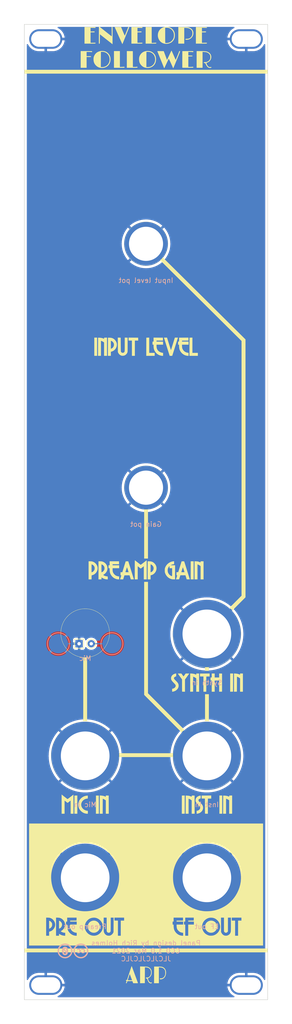
<source format=kicad_pcb>
(kicad_pcb (version 20211014) (generator pcbnew)
  (layers (0 "F.Cu" signal) (31 "B.Cu" signal) (34 "B.Paste" user) (35 "F.Paste" user) (36 "B.SilkS" user "B.Silkscreen") (37 "F.SilkS" user "F.Silkscreen") (38 "B.Mask" user) (39 "F.Mask" user) (44 "Edge.Cuts" user))
  (net 0 "")
  (net 1 "GND")
  (net 2 "Net-(J2-Pad1)")
  (footprint "Kosmo_panel:Kosmo_Panel_Dual_Slotted_Mounting_Holes" (layer "F.Cu") (at 63.1 10.6 180)
    (fp_text reference "H10" hide)
    (fp_text value "Mounting_Holes")
    (pad "1" thru_hole oval locked (at 1.4 0 180) (size 6.8 4) (drill oval 6 3.2) (layers *.Cu *.Mask) (net 1 "GND"))
    (pad "1" thru_hole oval locked (at 1.4 -194 180) (size 6.8 4) (drill oval 6 3.2) (layers *.Cu *.Mask) (net 1 "GND"))
  )
  (footprint "Kosmo_panel:Kosmo_Pot_Hole" (layer "F.Cu") (at 41.1 102.6)
    (fp_text reference "H6" hide)
    (fp_text value "Pot_Hole")
    (pad "1" thru_hole circle locked (at 0 0) (size 9 9) (drill 7) (layers *.Cu *.Mask) (net 1 "GND"))
  )
  (footprint "Kosmo_panel:Kosmo_Jack_Hole" (layer "F.Cu") (at 28.6 157.6)
    (fp_text reference "H1" hide)
    (fp_text value "Jack_Hole")
    (pad "1" thru_hole circle locked (at 0 0) (size 14 14) (drill 10) (layers *.Cu *.Mask) (net 1 "GND"))
  )
  (footprint "Kosmo_panel:Kosmo_Panel_Dual_Slotted_Mounting_Holes" (layer "F.Cu") (at 19.1 204.6)
    (fp_text reference "H7" hide)
    (fp_text value "Mounting_Holes")
    (pad "1" thru_hole oval locked (at 1.4 -194) (size 6.8 4) (drill oval 6 3.2) (layers *.Cu *.Mask) (net 1 "GND"))
    (pad "1" thru_hole oval locked (at 1.4 0) (size 6.8 4) (drill oval 6 3.2) (layers *.Cu *.Mask) (net 1 "GND"))
  )
  (footprint "Kosmo_panel:Kosmo_Jack_Hole" (layer "F.Cu") (at 28.6 182.6)
    (fp_text reference "H2" hide)
    (fp_text value "Jack_Hole")
    (pad "1" thru_hole circle locked (at 0 0) (size 14 14) (drill 10) (layers *.Cu *.Mask) (net 1 "GND"))
  )
  (footprint "Kosmo_panel:Kosmo_Jack_Hole" (layer "F.Cu") (at 53.6 157.6)
    (fp_text reference "H3" hide)
    (fp_text value "Jack_Hole")
    (pad "1" thru_hole circle locked (at 0 0) (size 14 14) (drill 10) (layers *.Cu *.Mask) (net 1 "GND"))
  )
  (footprint "Kosmo_panel:Kosmo_Jack_Hole" (layer "F.Cu") (at 53.6 182.6)
    (fp_text reference "H4" hide)
    (fp_text value "Jack_Hole")
    (pad "1" thru_hole circle locked (at 0 0) (size 14 14) (drill 10) (layers *.Cu *.Mask) (net 1 "GND"))
  )
  (footprint "ao_tht:TestPoint_THTPad_D1.5mm_Drill0.7mm" (layer "F.Cu") (at 29.85 134.6)
    (fp_text reference "J2" hide)
    (fp_text value "mic_hole")
    (pad "1" thru_hole circle locked (at 0 0) (size 1.5 1.5) (drill 0.7) (layers *.Cu *.Mask) (net 2 "Net-(J2-Pad1)"))
  )
  (footprint "Kosmo_panel:Kosmo_Pot_Hole" (layer "F.Cu") (at 41.1 52.6)
    (fp_text reference "H9" hide)
    (fp_text value "Pot_Hole")
    (pad "1" thru_hole circle locked (at 0 0) (size 9 9) (drill 7) (layers *.Cu *.Mask) (net 1 "GND"))
  )
  (footprint "Kosmo_panel:Kosmo_Jack_Hole" (layer "F.Cu") (at 53.6 132.6)
    (fp_text reference "H5" hide)
    (fp_text value "Jack_Hole")
    (pad "1" thru_hole circle locked (at 0 0) (size 14 14) (drill 10) (layers *.Cu *.Mask) (net 1 "GND"))
  )
  (footprint "arpenvfol_panel:arpenvfol_panel_art" (layer "F.Cu") (at 41.1 107.4)
    (fp_text reference "GRAF2" hide)
    (fp_text value "Art" hide)
  )
  (footprint "arpenvfol_panel:arpenvfol_panel_holes" (layer "F.Cu") (at 41.1 107.6)
    (fp_text reference "GRAF1" hide)
    (fp_text value "Holes" hide)
  )
  (footprint "ao_tht:TestPoint_THTPad_1.5x1.5mm_Drill0.7mm" (layer "F.Cu") (at 27.35 134.6)
    (fp_text reference "J1" hide)
    (fp_text value "mic_hole")
    (pad "1" thru_hole rect locked (at 0 0) (size 1.5 1.5) (drill 0.7) (layers *.Cu *.Mask) (net 1 "GND"))
  )
  (footprint "ao_tht:CC0_logo" (layer "B.Cu") (at 26.1 197.6 180)
    (fp_text reference "GRAF3" hide)
    (fp_text value "CC0 logo" hide)
  )
  (footprint "TestPoint:TestPoint_Pad_D4.0mm" (layer "B.Cu") (at 34.1 134.6)
    (fp_text reference "J4" hide)
    (fp_text value "mic_pad")
    (pad "1" smd circle (at 0 0) (size 4 4) (layers "B.Cu" "B.Mask") (net 2 "Net-(J2-Pad1)"))
  )
  (footprint "TestPoint:TestPoint_Pad_D4.0mm" (layer "B.Cu") (at 23.1 134.6)
    (fp_text reference "J3" hide)
    (fp_text value "mic_pad")
    (pad "1" smd circle (at 0 0) (size 4 4) (layers "B.Cu" "B.Mask") (net 1 "GND"))
  )
  (gr_line (start 16.1 207.6) (end 66.1 207.6) (layer "Edge.Cuts") (width 0.1))
  (gr_line (start 66.1 7.6) (end 16.1 7.6) (layer "Edge.Cuts") (width 0.1))
  (gr_line (start 16.1 7.6) (end 16.1 207.6) (layer "Edge.Cuts") (width 0.1))
  (gr_line (start 66.1 207.6) (end 66.1 7.6) (layer "Edge.Cuts") (width 0.1))
  (gr_text "Mic" (at 28.6 137.6) (layer "B.SilkS") (effects (font (size 1 1)) (justify mirror)))
  (gr_text "Gain pot" (at 41.1 110.1) (layer "B.SilkS") (effects (font (size 1 1)) (justify mirror)))
  (gr_text "EF out" (at 53.6 192.6) (layer "B.SilkS") (effects (font (size 1 1)) (justify mirror)))
  (gr_text "Synth in" (at 53.6 142.6) (layer "B.SilkS") (effects (font (size 1 1)) (justify mirror)))
  (gr_text "Preamp out" (at 28.6 192.6) (layer "B.SilkS") (effects (font (size 1 1)) (justify mirror)))
  (gr_text "Input level pot" (at 41.1 60.1) (layer "B.SilkS") (effects (font (size 1 1)) (justify mirror)))
  (gr_text "Inst in" (at 53.6 167.6) (layer "B.SilkS") (effects (font (size 1 1)) (justify mirror)))
  (gr_text "Panel design by Rich Holmes\nCC0 1.0 Mar 2021\nJLCJLCJLCJLC" (at 41.1 197.6) (layer "B.SilkS") (effects (font (size 1 1)) (justify mirror)))
  (gr_text "Mic in" (at 28.6 167.6) (layer "B.SilkS") (effects (font (size 1 1)) (justify mirror)))
  (segment (start 23.1 134.6) (end 27.35 134.6) (width 0.25) (layer "B.Cu") (net 1))
  (segment (start 29.85 134.6) (end 34.1 134.6) (width 0.25) (layer "B.Cu") (net 2))
  (zone (net 1) (net_name "GND") (layers F&B.Cu) (connect_pads (clearance 0.508)) (min_thickness 0.254) (fill yes (thermal_gap 0.508) (thermal_bridge_width 0.508))
    (polygon (pts (xy 66.1 207.6) (xy 16.1 207.6) (xy 16.1 7.6) (xy 66.1 7.6)))
  )
  (zone (net 1) (net_name "GND") (layer "F.Cu") (connect_pads (clearance 0.508)) (min_thickness 0.254) (fill yes (thermal_gap 0.508) (thermal_bridge_width 0.508))
    (polygon (pts (xy 71.1 212.6) (xy 11.1 212.6) (xy 11.1 2.6) (xy 71.1 2.6)))
  )
  (zone (net 1) (net_name "GND") (layer "B.Cu") (connect_pads (clearance 0.508)) (min_thickness 0.254) (fill yes (thermal_gap 0.508) (thermal_bridge_width 0.508))
    (polygon (pts (xy 71.1 212.6) (xy 11.1 212.6) (xy 11.1 2.6) (xy 71.1 2.6)))
  )
)
</source>
